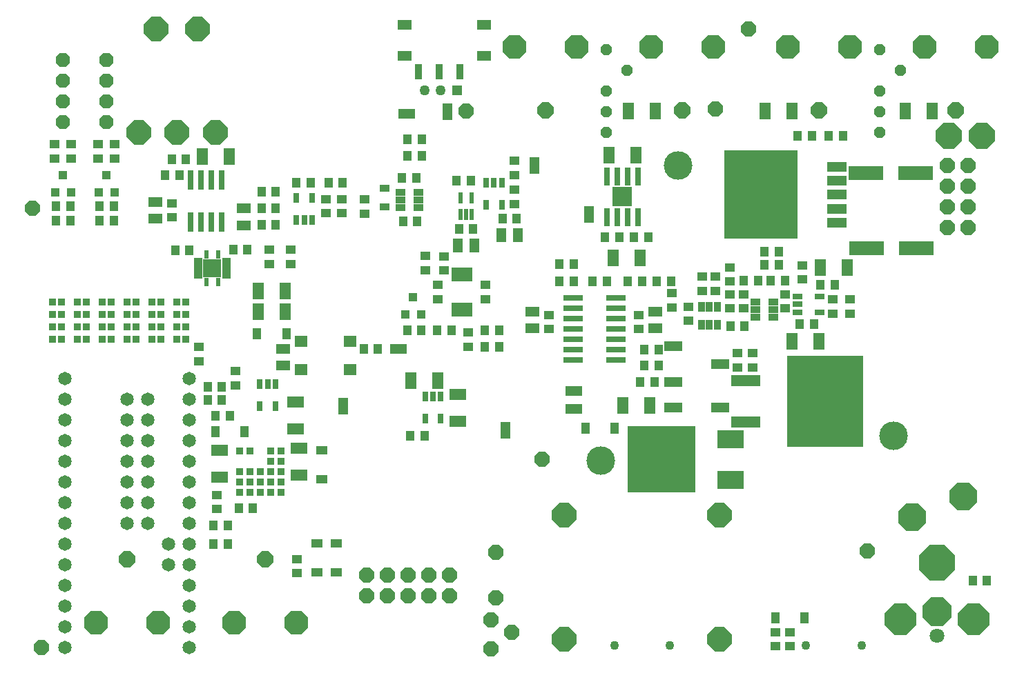
<source format=gts>
G75*
%MOIN*%
%OFA0B0*%
%FSLAX25Y25*%
%IPPOS*%
%LPD*%
%AMOC8*
5,1,8,0,0,1.08239X$1,22.5*
%
%ADD10C,0.13792*%
%ADD11R,0.09461X0.03162*%
%ADD12R,0.03162X0.09461*%
%ADD13R,0.05600X0.08200*%
%ADD14R,0.05000X0.04300*%
%ADD15R,0.06800X0.04600*%
%ADD16R,0.04300X0.05000*%
%ADD17R,0.33083X0.32296*%
%ADD18R,0.12611X0.08674*%
%ADD19R,0.02200X0.05400*%
%ADD20R,0.04600X0.06800*%
%ADD21C,0.04343*%
%ADD22R,0.03556X0.07493*%
%ADD23R,0.06902X0.05131*%
%ADD24R,0.14300X0.05800*%
%ADD25R,0.37000X0.44000*%
%ADD26OC8,0.11450*%
%ADD27OC8,0.07800*%
%ADD28R,0.04737X0.07887*%
%ADD29OC8,0.07400*%
%ADD30OC8,0.11750*%
%ADD31R,0.03500X0.03800*%
%ADD32R,0.04737X0.02965*%
%ADD33R,0.02965X0.04737*%
%ADD34R,0.04400X0.05600*%
%ADD35R,0.05918X0.05524*%
%ADD36OC8,0.17005*%
%ADD37OC8,0.14052*%
%ADD38C,0.07099*%
%ADD39OC8,0.15036*%
%ADD40R,0.08200X0.05600*%
%ADD41R,0.35800X0.42800*%
%ADD42R,0.09800X0.05000*%
%ADD43R,0.16548X0.07099*%
%ADD44R,0.04973X0.03359*%
%ADD45R,0.03359X0.04973*%
%ADD46R,0.04800X0.03800*%
%ADD47R,0.07887X0.04737*%
%ADD48OC8,0.06800*%
%ADD49R,0.05600X0.04400*%
%ADD50OC8,0.05524*%
%ADD51C,0.06500*%
%ADD52R,0.03950X0.04343*%
%ADD53R,0.02500X0.06700*%
%ADD54R,0.03000X0.08600*%
%ADD55R,0.09800X0.09800*%
%ADD56R,0.03300X0.03300*%
%ADD57R,0.08871X0.08871*%
%ADD58R,0.04146X0.01902*%
%ADD59R,0.01902X0.04146*%
%ADD60R,0.08674X0.04737*%
%ADD61C,0.04956*%
%ADD62R,0.04956X0.04956*%
%ADD63OC8,0.12611*%
%ADD64OC8,0.07296*%
%ADD65OC8,0.13461*%
D10*
X0355433Y0156450D03*
X0496933Y0168450D03*
X0392933Y0298950D03*
D11*
X0362642Y0234950D03*
X0362642Y0229950D03*
X0362642Y0224950D03*
X0362642Y0219950D03*
X0362642Y0214950D03*
X0362642Y0209950D03*
X0362642Y0204950D03*
X0342169Y0204950D03*
X0342169Y0209950D03*
X0342169Y0214950D03*
X0342169Y0219950D03*
X0342169Y0224950D03*
X0342169Y0229950D03*
X0342169Y0234950D03*
D12*
X0172559Y0271714D03*
X0167559Y0271714D03*
X0162559Y0271714D03*
X0157559Y0271714D03*
X0157559Y0292186D03*
X0162559Y0292186D03*
X0167559Y0292186D03*
X0172559Y0292186D03*
D13*
X0176059Y0303478D03*
X0163059Y0303478D03*
X0190236Y0238296D03*
X0190236Y0228454D03*
X0203236Y0228454D03*
X0203236Y0238296D03*
X0263933Y0194950D03*
X0276933Y0194950D03*
X0366220Y0183178D03*
X0379220Y0183178D03*
X0447933Y0213950D03*
X0460933Y0213950D03*
X0461433Y0249663D03*
X0474433Y0249663D03*
X0447933Y0325450D03*
X0434933Y0325450D03*
X0381933Y0325450D03*
X0368933Y0325450D03*
X0372433Y0303950D03*
X0359433Y0303950D03*
X0361433Y0254450D03*
X0374433Y0254450D03*
X0502433Y0325450D03*
X0515433Y0325450D03*
D14*
X0452933Y0250850D03*
X0452933Y0244050D03*
X0444433Y0236850D03*
X0444433Y0230050D03*
X0424433Y0230050D03*
X0424433Y0236850D03*
X0417933Y0236850D03*
X0417933Y0243050D03*
X0417933Y0249850D03*
X0410933Y0245350D03*
X0404433Y0245350D03*
X0404433Y0238550D03*
X0410933Y0238550D03*
X0417933Y0230050D03*
X0397933Y0230850D03*
X0397933Y0224050D03*
X0389933Y0230550D03*
X0389933Y0237350D03*
X0373933Y0226850D03*
X0373933Y0220050D03*
X0330433Y0220050D03*
X0330433Y0226850D03*
X0299933Y0234550D03*
X0299933Y0241350D03*
X0279683Y0248300D03*
X0279683Y0255100D03*
X0270683Y0255350D03*
X0270683Y0248550D03*
X0276933Y0241350D03*
X0276933Y0234550D03*
X0291433Y0218350D03*
X0291433Y0211550D03*
X0313933Y0280550D03*
X0313933Y0287350D03*
X0313933Y0294550D03*
X0313933Y0301350D03*
X0241618Y0282641D03*
X0241618Y0275841D03*
X0230598Y0276034D03*
X0230598Y0282834D03*
X0222780Y0282834D03*
X0222780Y0276034D03*
X0205933Y0258350D03*
X0205933Y0251550D03*
X0195433Y0251550D03*
X0195433Y0258350D03*
X0148531Y0274050D03*
X0148531Y0280850D03*
X0120933Y0302550D03*
X0120933Y0309350D03*
X0112933Y0309350D03*
X0112933Y0302550D03*
X0099933Y0302550D03*
X0099933Y0309350D03*
X0091933Y0309350D03*
X0091933Y0302550D03*
X0161433Y0211350D03*
X0161433Y0204550D03*
X0179183Y0199600D03*
X0179183Y0192800D03*
X0170183Y0139850D03*
X0170183Y0133050D03*
X0208933Y0108850D03*
X0208933Y0102050D03*
X0421433Y0201550D03*
X0421433Y0208350D03*
X0428933Y0208350D03*
X0428933Y0201550D03*
X0467433Y0227550D03*
X0467433Y0234350D03*
X0475933Y0234350D03*
X0475933Y0227550D03*
X0446736Y0073586D03*
X0446736Y0066786D03*
X0439650Y0066786D03*
X0439650Y0073586D03*
D15*
X0381933Y0220350D03*
X0381933Y0228550D03*
X0322433Y0228522D03*
X0322433Y0220322D03*
X0202183Y0210513D03*
X0202183Y0202313D03*
X0183161Y0270145D03*
X0183161Y0278345D03*
X0140531Y0281550D03*
X0140531Y0273350D03*
D16*
X0150033Y0257950D03*
X0156833Y0257950D03*
X0178033Y0258450D03*
X0184833Y0258450D03*
X0191761Y0270580D03*
X0198561Y0270580D03*
X0198561Y0278454D03*
X0191761Y0278454D03*
X0191761Y0286328D03*
X0198561Y0286328D03*
X0208561Y0290647D03*
X0215361Y0290647D03*
X0224092Y0290647D03*
X0230892Y0290647D03*
X0259608Y0292950D03*
X0266408Y0292950D03*
X0269034Y0303651D03*
X0262234Y0303651D03*
X0262234Y0311919D03*
X0269034Y0311919D03*
X0285856Y0291840D03*
X0292656Y0291840D03*
X0308033Y0273422D03*
X0314833Y0273422D03*
X0293833Y0268478D03*
X0287033Y0268478D03*
X0266908Y0271950D03*
X0260108Y0271950D03*
X0262033Y0219450D03*
X0268833Y0219450D03*
X0276533Y0219450D03*
X0283333Y0219450D03*
X0299533Y0219450D03*
X0306333Y0219450D03*
X0306333Y0211450D03*
X0299533Y0211450D03*
X0335533Y0242950D03*
X0342333Y0242950D03*
X0342333Y0251450D03*
X0335533Y0251450D03*
X0351533Y0242950D03*
X0358333Y0242950D03*
X0368533Y0242950D03*
X0375333Y0242950D03*
X0382533Y0242950D03*
X0389333Y0242950D03*
X0378333Y0264450D03*
X0371533Y0264450D03*
X0364333Y0264450D03*
X0357533Y0264450D03*
X0376506Y0209950D03*
X0383306Y0209950D03*
X0383306Y0202450D03*
X0376506Y0202450D03*
X0374533Y0194450D03*
X0381333Y0194450D03*
X0418033Y0221450D03*
X0424833Y0221450D03*
X0424533Y0243450D03*
X0431333Y0243450D03*
X0437533Y0243450D03*
X0444333Y0243450D03*
X0441333Y0250950D03*
X0441333Y0257450D03*
X0434533Y0257450D03*
X0434533Y0250950D03*
X0461533Y0241450D03*
X0468333Y0241450D03*
X0458333Y0222450D03*
X0451533Y0222450D03*
X0450533Y0313450D03*
X0457333Y0313450D03*
X0465533Y0313450D03*
X0472333Y0313450D03*
X0270333Y0168450D03*
X0263533Y0168450D03*
X0247833Y0210450D03*
X0241033Y0210450D03*
X0172583Y0192200D03*
X0172583Y0185700D03*
X0165783Y0185700D03*
X0165783Y0192200D03*
X0169533Y0177950D03*
X0176333Y0177950D03*
X0180783Y0133450D03*
X0187583Y0133450D03*
X0175333Y0124950D03*
X0168533Y0124950D03*
X0168533Y0115950D03*
X0175333Y0115950D03*
X0120333Y0272450D03*
X0113533Y0272450D03*
X0113533Y0279450D03*
X0120333Y0279450D03*
X0099333Y0279450D03*
X0092533Y0279450D03*
X0092533Y0272450D03*
X0099333Y0272450D03*
X0145187Y0294450D03*
X0151987Y0294450D03*
X0155136Y0301950D03*
X0148336Y0301950D03*
X0535069Y0098533D03*
X0541869Y0098533D03*
D17*
X0384933Y0156978D03*
D18*
X0418004Y0166820D03*
X0418004Y0147135D03*
D19*
X0293033Y0275378D03*
X0290433Y0275378D03*
X0287833Y0275378D03*
X0287833Y0283578D03*
X0293033Y0283578D03*
D20*
X0307333Y0265422D03*
X0315533Y0265422D03*
X0294533Y0260478D03*
X0286333Y0260478D03*
D21*
X0362047Y0066950D03*
X0388819Y0066950D03*
X0454547Y0066950D03*
X0481319Y0066950D03*
D22*
X0287315Y0344293D03*
X0277315Y0344293D03*
X0267315Y0344293D03*
D23*
X0260642Y0351950D03*
X0260642Y0366950D03*
X0299028Y0366950D03*
X0299028Y0351950D03*
D24*
X0425383Y0194950D03*
X0425383Y0174950D03*
D25*
X0463933Y0184950D03*
D26*
X0475933Y0356350D03*
X0445933Y0356350D03*
X0409933Y0356350D03*
X0379933Y0356350D03*
X0343933Y0356350D03*
X0313933Y0356350D03*
X0511933Y0356350D03*
X0541933Y0356350D03*
X0208433Y0078050D03*
X0178433Y0078050D03*
X0141933Y0078050D03*
X0111933Y0078050D03*
D27*
X0126933Y0108750D03*
X0193433Y0108750D03*
X0328933Y0325650D03*
X0394933Y0325650D03*
X0460933Y0325650D03*
X0526933Y0325650D03*
D28*
X0349933Y0275450D03*
X0323433Y0298922D03*
X0281307Y0325182D03*
X0231183Y0182700D03*
X0309433Y0170950D03*
D29*
X0282433Y0100950D03*
X0272433Y0100950D03*
X0262433Y0100950D03*
X0252433Y0100950D03*
X0242433Y0100950D03*
X0242433Y0090950D03*
X0252433Y0090950D03*
X0262433Y0090950D03*
X0272433Y0090950D03*
X0282433Y0090950D03*
X0522823Y0269178D03*
X0532823Y0269178D03*
X0532823Y0279178D03*
X0522823Y0279178D03*
X0522823Y0289178D03*
X0532823Y0289178D03*
X0532823Y0299178D03*
X0522823Y0299178D03*
D30*
X0412933Y0129950D03*
X0412933Y0069950D03*
X0337933Y0069950D03*
X0337933Y0129950D03*
X0169359Y0314950D03*
X0150859Y0314950D03*
X0132359Y0314950D03*
X0140859Y0364950D03*
X0160859Y0364950D03*
D31*
X0155033Y0232950D03*
X0150833Y0232950D03*
X0150833Y0226950D03*
X0155033Y0226950D03*
X0155033Y0220950D03*
X0150833Y0220950D03*
X0150833Y0214950D03*
X0155033Y0214950D03*
X0143033Y0214950D03*
X0138833Y0214950D03*
X0138833Y0220950D03*
X0143033Y0220950D03*
X0143033Y0226950D03*
X0138833Y0226950D03*
X0138833Y0232950D03*
X0143033Y0232950D03*
X0131033Y0232950D03*
X0126833Y0232950D03*
X0126833Y0226950D03*
X0131033Y0226950D03*
X0131033Y0220950D03*
X0126833Y0220950D03*
X0126833Y0214950D03*
X0131033Y0214950D03*
X0119033Y0214950D03*
X0114833Y0214950D03*
X0114833Y0220950D03*
X0119033Y0220950D03*
X0119033Y0226950D03*
X0114833Y0226950D03*
X0114833Y0232950D03*
X0119033Y0232950D03*
X0107033Y0232950D03*
X0102833Y0232950D03*
X0102833Y0226950D03*
X0107033Y0226950D03*
X0107033Y0220950D03*
X0102833Y0220950D03*
X0102833Y0214950D03*
X0107033Y0214950D03*
X0095033Y0214950D03*
X0090833Y0214950D03*
X0090833Y0220950D03*
X0095033Y0220950D03*
X0095033Y0226950D03*
X0090833Y0226950D03*
X0090833Y0232950D03*
X0095033Y0232950D03*
D32*
X0450618Y0231950D03*
X0450618Y0228210D03*
X0450618Y0235690D03*
X0461248Y0235690D03*
X0461248Y0228210D03*
D33*
X0307673Y0280135D03*
X0300193Y0280135D03*
X0300193Y0290765D03*
X0303933Y0290765D03*
X0307673Y0290765D03*
X0216094Y0283462D03*
X0208614Y0283462D03*
X0208614Y0272832D03*
X0212354Y0272832D03*
X0216094Y0272832D03*
X0198423Y0193515D03*
X0194683Y0193515D03*
X0190943Y0193515D03*
X0190943Y0182885D03*
X0198423Y0182885D03*
X0270693Y0187265D03*
X0274433Y0187265D03*
X0278173Y0187265D03*
X0278173Y0176635D03*
X0270693Y0176635D03*
D34*
X0203770Y0217869D03*
X0189596Y0217869D03*
X0183520Y0170450D03*
X0169346Y0170450D03*
X0347972Y0171970D03*
X0362146Y0171970D03*
X0439650Y0080422D03*
X0453823Y0080422D03*
D35*
X0234494Y0200310D03*
X0234494Y0214090D03*
X0210872Y0214090D03*
X0210872Y0200310D03*
D36*
X0517697Y0107194D03*
D37*
X0517697Y0083572D03*
D38*
X0517697Y0071761D03*
D39*
X0535413Y0079650D03*
X0499980Y0079650D03*
D40*
X0286433Y0175450D03*
X0286433Y0188450D03*
X0208183Y0184700D03*
X0208183Y0171700D03*
X0209728Y0162513D03*
X0209728Y0149513D03*
X0171539Y0148332D03*
X0171539Y0161332D03*
D41*
X0432933Y0284950D03*
D42*
X0469433Y0284950D03*
X0469433Y0278250D03*
X0469433Y0271550D03*
X0469433Y0291650D03*
X0469433Y0298350D03*
D43*
X0483425Y0295450D03*
X0507441Y0295450D03*
X0507941Y0258950D03*
X0483925Y0258950D03*
D44*
X0438764Y0233190D03*
X0438764Y0229450D03*
X0438764Y0225710D03*
X0430102Y0225710D03*
X0430102Y0229450D03*
X0430102Y0233190D03*
X0267339Y0278710D03*
X0267339Y0282450D03*
X0267339Y0286190D03*
X0258677Y0286190D03*
X0258677Y0282450D03*
X0258677Y0278710D03*
D45*
X0404193Y0230781D03*
X0407933Y0230781D03*
X0411673Y0230781D03*
X0411673Y0222119D03*
X0407933Y0222119D03*
X0404193Y0222119D03*
D46*
X0250980Y0279156D03*
X0250980Y0287956D03*
D47*
X0261697Y0324123D03*
X0257933Y0210450D03*
X0342433Y0189950D03*
X0342433Y0181450D03*
D48*
X0116933Y0319950D03*
X0116933Y0329950D03*
X0116933Y0339950D03*
X0116933Y0349950D03*
X0095933Y0349950D03*
X0095933Y0339950D03*
X0095933Y0329950D03*
X0095933Y0319950D03*
D49*
X0220683Y0161537D03*
X0220683Y0147363D03*
X0218433Y0116537D03*
X0227933Y0116537D03*
X0227933Y0102363D03*
X0218433Y0102363D03*
D50*
X0358033Y0314950D03*
X0358033Y0324950D03*
X0358033Y0334950D03*
X0368033Y0344950D03*
X0358033Y0354950D03*
X0490033Y0354950D03*
X0500033Y0344950D03*
X0490033Y0334950D03*
X0490033Y0324950D03*
X0490033Y0314950D03*
D51*
X0156933Y0195950D03*
X0156933Y0185950D03*
X0156933Y0175950D03*
X0156933Y0165950D03*
X0156933Y0155950D03*
X0156933Y0145950D03*
X0156933Y0135950D03*
X0156933Y0125950D03*
X0156933Y0115950D03*
X0146933Y0115950D03*
X0146933Y0105950D03*
X0156933Y0105950D03*
X0156933Y0095950D03*
X0156933Y0085950D03*
X0156933Y0075950D03*
X0156933Y0065950D03*
X0096933Y0065950D03*
X0096933Y0075950D03*
X0096933Y0085950D03*
X0096933Y0095950D03*
X0096933Y0105950D03*
X0096933Y0115950D03*
X0096933Y0125950D03*
X0096933Y0135950D03*
X0096933Y0145950D03*
X0096933Y0155950D03*
X0096933Y0165950D03*
X0096933Y0175950D03*
X0096933Y0185950D03*
X0096933Y0195950D03*
X0126933Y0185950D03*
X0136933Y0185950D03*
X0136933Y0175950D03*
X0126933Y0175950D03*
X0126933Y0165950D03*
X0136933Y0165950D03*
X0136933Y0155950D03*
X0126933Y0155950D03*
X0126933Y0145950D03*
X0136933Y0145950D03*
X0136933Y0135950D03*
X0126933Y0135950D03*
X0126933Y0125950D03*
X0136933Y0125950D03*
D52*
X0261193Y0227182D03*
X0268673Y0227182D03*
X0264933Y0235450D03*
X0120673Y0286182D03*
X0116933Y0294450D03*
X0113193Y0286182D03*
X0099673Y0286182D03*
X0092193Y0286182D03*
X0095933Y0294450D03*
D53*
X0284633Y0246550D03*
X0287133Y0246550D03*
X0289733Y0246550D03*
X0292233Y0246550D03*
X0292233Y0229350D03*
X0289733Y0229350D03*
X0287133Y0229350D03*
X0284633Y0229350D03*
D54*
X0358433Y0274250D03*
X0363433Y0274250D03*
X0368433Y0274250D03*
X0373433Y0274250D03*
X0373433Y0293650D03*
X0368433Y0293650D03*
X0363433Y0293650D03*
X0358433Y0293650D03*
D55*
X0365933Y0283950D03*
D56*
X0201183Y0160950D03*
X0196183Y0160950D03*
X0196183Y0155950D03*
X0196183Y0150950D03*
X0191183Y0150950D03*
X0186183Y0150950D03*
X0181183Y0150950D03*
X0181183Y0145950D03*
X0181183Y0140950D03*
X0186183Y0140950D03*
X0186183Y0145950D03*
X0191183Y0145950D03*
X0191183Y0140950D03*
X0196183Y0140950D03*
X0196183Y0145950D03*
X0201183Y0145950D03*
X0201183Y0140950D03*
X0201183Y0150950D03*
X0201183Y0155950D03*
X0186183Y0160950D03*
X0181183Y0160950D03*
D57*
X0167933Y0249450D03*
D58*
X0161142Y0249450D03*
X0161142Y0247481D03*
X0161142Y0245513D03*
X0161142Y0251419D03*
X0161142Y0253387D03*
X0174724Y0253387D03*
X0174724Y0251419D03*
X0174724Y0249450D03*
X0174724Y0247481D03*
X0174724Y0245513D03*
D59*
X0170886Y0242659D03*
X0164980Y0242659D03*
X0164980Y0256241D03*
X0170886Y0256241D03*
D60*
X0390433Y0211871D03*
X0390433Y0194548D03*
X0390433Y0181950D03*
X0413071Y0181950D03*
X0413071Y0203210D03*
D61*
X0278232Y0335541D03*
X0270358Y0335541D03*
D62*
X0286106Y0335541D03*
D63*
X0523433Y0313450D03*
X0539433Y0313450D03*
D64*
X0085433Y0065950D03*
X0302433Y0065450D03*
X0312433Y0073450D03*
X0302433Y0079450D03*
X0304933Y0089950D03*
X0304933Y0111950D03*
X0326972Y0157096D03*
X0484051Y0112588D03*
X0410933Y0326450D03*
X0426933Y0364950D03*
X0290433Y0325450D03*
X0081189Y0278450D03*
D65*
X0505933Y0128950D03*
X0530433Y0138950D03*
M02*

</source>
